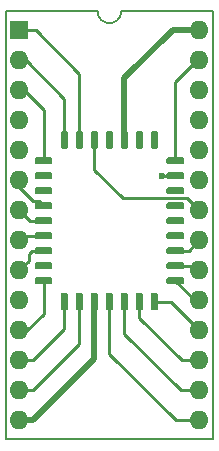
<source format=gbr>
G04 #@! TF.GenerationSoftware,KiCad,Pcbnew,5.0.2+dfsg1-1*
G04 #@! TF.CreationDate,2021-06-16T12:20:31+01:00*
G04 #@! TF.ProjectId,SE PLCC ROM,53452050-4c43-4432-9052-4f4d2e6b6963,rev?*
G04 #@! TF.SameCoordinates,Original*
G04 #@! TF.FileFunction,Copper,L1,Top*
G04 #@! TF.FilePolarity,Positive*
%FSLAX46Y46*%
G04 Gerber Fmt 4.6, Leading zero omitted, Abs format (unit mm)*
G04 Created by KiCad (PCBNEW 5.0.2+dfsg1-1) date Wed 16 Jun 2021 12:20:31 BST*
%MOMM*%
%LPD*%
G01*
G04 APERTURE LIST*
G04 #@! TA.AperFunction,NonConductor*
%ADD10C,0.150000*%
G04 #@! TD*
G04 #@! TA.AperFunction,ComponentPad*
%ADD11R,1.600000X1.600000*%
G04 #@! TD*
G04 #@! TA.AperFunction,ComponentPad*
%ADD12O,1.600000X1.600000*%
G04 #@! TD*
G04 #@! TA.AperFunction,Conductor*
%ADD13C,0.100000*%
G04 #@! TD*
G04 #@! TA.AperFunction,SMDPad,CuDef*
%ADD14C,0.600000*%
G04 #@! TD*
G04 #@! TA.AperFunction,ViaPad*
%ADD15C,0.600000*%
G04 #@! TD*
G04 #@! TA.AperFunction,Conductor*
%ADD16C,0.500000*%
G04 #@! TD*
G04 #@! TA.AperFunction,Conductor*
%ADD17C,0.250000*%
G04 #@! TD*
G04 APERTURE END LIST*
D10*
X132400000Y-65450000D02*
G75*
G02X130400000Y-65450000I-1000000J0D01*
G01*
X140150000Y-65450000D02*
X132450000Y-65450000D01*
X122650000Y-65450000D02*
X130350000Y-65450000D01*
X122650000Y-65450000D02*
X122650000Y-101700000D01*
X140150000Y-101700000D02*
X122650000Y-101700000D01*
X140150000Y-65450000D02*
X140150000Y-101700000D01*
D11*
G04 #@! TO.P,J1,1*
G04 #@! TO.N,/A15*
X123775001Y-67075001D03*
D12*
G04 #@! TO.P,J1,15*
G04 #@! TO.N,/D3*
X139015001Y-100095001D03*
G04 #@! TO.P,J1,2*
G04 #@! TO.N,/A12*
X123775001Y-69615001D03*
G04 #@! TO.P,J1,16*
G04 #@! TO.N,/D4*
X139015001Y-97555001D03*
G04 #@! TO.P,J1,3*
G04 #@! TO.N,/A7*
X123775001Y-72155001D03*
G04 #@! TO.P,J1,17*
G04 #@! TO.N,/D5*
X139015001Y-95015001D03*
G04 #@! TO.P,J1,4*
G04 #@! TO.N,/A6*
X123775001Y-74695001D03*
G04 #@! TO.P,J1,18*
G04 #@! TO.N,/D6*
X139015001Y-92475001D03*
G04 #@! TO.P,J1,5*
G04 #@! TO.N,/A5*
X123775001Y-77235001D03*
G04 #@! TO.P,J1,19*
G04 #@! TO.N,/D7*
X139015001Y-89935001D03*
G04 #@! TO.P,J1,6*
G04 #@! TO.N,/A4*
X123775001Y-79775001D03*
G04 #@! TO.P,J1,20*
G04 #@! TO.N,Net-(J1-Pad20)*
X139015001Y-87395001D03*
G04 #@! TO.P,J1,7*
G04 #@! TO.N,/A3*
X123775001Y-82315001D03*
G04 #@! TO.P,J1,21*
G04 #@! TO.N,/A10*
X139015001Y-84855001D03*
G04 #@! TO.P,J1,8*
G04 #@! TO.N,/A2*
X123775001Y-84855001D03*
G04 #@! TO.P,J1,22*
G04 #@! TO.N,/A16*
X139015001Y-82315001D03*
G04 #@! TO.P,J1,9*
G04 #@! TO.N,/A1*
X123775001Y-87395001D03*
G04 #@! TO.P,J1,23*
G04 #@! TO.N,/A11*
X139015001Y-79775001D03*
G04 #@! TO.P,J1,10*
G04 #@! TO.N,/A0*
X123775001Y-89935001D03*
G04 #@! TO.P,J1,24*
G04 #@! TO.N,/A9*
X139015001Y-77235001D03*
G04 #@! TO.P,J1,11*
G04 #@! TO.N,/D0*
X123775001Y-92475001D03*
G04 #@! TO.P,J1,25*
G04 #@! TO.N,/A8*
X139015001Y-74695001D03*
G04 #@! TO.P,J1,12*
G04 #@! TO.N,/D1*
X123775001Y-95015001D03*
G04 #@! TO.P,J1,26*
G04 #@! TO.N,/A13*
X139015001Y-72155001D03*
G04 #@! TO.P,J1,13*
G04 #@! TO.N,/D2*
X123775001Y-97555001D03*
G04 #@! TO.P,J1,27*
G04 #@! TO.N,/A14*
X139015001Y-69615001D03*
G04 #@! TO.P,J1,14*
G04 #@! TO.N,GND*
X123775001Y-100095001D03*
G04 #@! TO.P,J1,28*
G04 #@! TO.N,+5V*
X139015001Y-67075001D03*
G04 #@! TD*
D13*
G04 #@! TO.N,Net-(U1-Pad1)*
G04 #@! TO.C,U1*
G36*
X131564703Y-75625722D02*
X131579264Y-75627882D01*
X131593543Y-75631459D01*
X131607403Y-75636418D01*
X131620710Y-75642712D01*
X131633336Y-75650280D01*
X131645159Y-75659048D01*
X131656066Y-75668934D01*
X131665952Y-75679841D01*
X131674720Y-75691664D01*
X131682288Y-75704290D01*
X131688582Y-75717597D01*
X131693541Y-75731457D01*
X131697118Y-75745736D01*
X131699278Y-75760297D01*
X131700000Y-75775000D01*
X131700000Y-76950000D01*
X131699278Y-76964703D01*
X131697118Y-76979264D01*
X131693541Y-76993543D01*
X131688582Y-77007403D01*
X131682288Y-77020710D01*
X131674720Y-77033336D01*
X131665952Y-77045159D01*
X131656066Y-77056066D01*
X131645159Y-77065952D01*
X131633336Y-77074720D01*
X131620710Y-77082288D01*
X131607403Y-77088582D01*
X131593543Y-77093541D01*
X131579264Y-77097118D01*
X131564703Y-77099278D01*
X131550000Y-77100000D01*
X131250000Y-77100000D01*
X131235297Y-77099278D01*
X131220736Y-77097118D01*
X131206457Y-77093541D01*
X131192597Y-77088582D01*
X131179290Y-77082288D01*
X131166664Y-77074720D01*
X131154841Y-77065952D01*
X131143934Y-77056066D01*
X131134048Y-77045159D01*
X131125280Y-77033336D01*
X131117712Y-77020710D01*
X131111418Y-77007403D01*
X131106459Y-76993543D01*
X131102882Y-76979264D01*
X131100722Y-76964703D01*
X131100000Y-76950000D01*
X131100000Y-75775000D01*
X131100722Y-75760297D01*
X131102882Y-75745736D01*
X131106459Y-75731457D01*
X131111418Y-75717597D01*
X131117712Y-75704290D01*
X131125280Y-75691664D01*
X131134048Y-75679841D01*
X131143934Y-75668934D01*
X131154841Y-75659048D01*
X131166664Y-75650280D01*
X131179290Y-75642712D01*
X131192597Y-75636418D01*
X131206457Y-75631459D01*
X131220736Y-75627882D01*
X131235297Y-75625722D01*
X131250000Y-75625000D01*
X131550000Y-75625000D01*
X131564703Y-75625722D01*
X131564703Y-75625722D01*
G37*
D14*
G04 #@! TD*
G04 #@! TO.P,U1,1*
G04 #@! TO.N,Net-(U1-Pad1)*
X131400000Y-76362500D03*
D13*
G04 #@! TO.N,/A16*
G04 #@! TO.C,U1*
G36*
X130294703Y-75625722D02*
X130309264Y-75627882D01*
X130323543Y-75631459D01*
X130337403Y-75636418D01*
X130350710Y-75642712D01*
X130363336Y-75650280D01*
X130375159Y-75659048D01*
X130386066Y-75668934D01*
X130395952Y-75679841D01*
X130404720Y-75691664D01*
X130412288Y-75704290D01*
X130418582Y-75717597D01*
X130423541Y-75731457D01*
X130427118Y-75745736D01*
X130429278Y-75760297D01*
X130430000Y-75775000D01*
X130430000Y-76950000D01*
X130429278Y-76964703D01*
X130427118Y-76979264D01*
X130423541Y-76993543D01*
X130418582Y-77007403D01*
X130412288Y-77020710D01*
X130404720Y-77033336D01*
X130395952Y-77045159D01*
X130386066Y-77056066D01*
X130375159Y-77065952D01*
X130363336Y-77074720D01*
X130350710Y-77082288D01*
X130337403Y-77088582D01*
X130323543Y-77093541D01*
X130309264Y-77097118D01*
X130294703Y-77099278D01*
X130280000Y-77100000D01*
X129980000Y-77100000D01*
X129965297Y-77099278D01*
X129950736Y-77097118D01*
X129936457Y-77093541D01*
X129922597Y-77088582D01*
X129909290Y-77082288D01*
X129896664Y-77074720D01*
X129884841Y-77065952D01*
X129873934Y-77056066D01*
X129864048Y-77045159D01*
X129855280Y-77033336D01*
X129847712Y-77020710D01*
X129841418Y-77007403D01*
X129836459Y-76993543D01*
X129832882Y-76979264D01*
X129830722Y-76964703D01*
X129830000Y-76950000D01*
X129830000Y-75775000D01*
X129830722Y-75760297D01*
X129832882Y-75745736D01*
X129836459Y-75731457D01*
X129841418Y-75717597D01*
X129847712Y-75704290D01*
X129855280Y-75691664D01*
X129864048Y-75679841D01*
X129873934Y-75668934D01*
X129884841Y-75659048D01*
X129896664Y-75650280D01*
X129909290Y-75642712D01*
X129922597Y-75636418D01*
X129936457Y-75631459D01*
X129950736Y-75627882D01*
X129965297Y-75625722D01*
X129980000Y-75625000D01*
X130280000Y-75625000D01*
X130294703Y-75625722D01*
X130294703Y-75625722D01*
G37*
D14*
G04 #@! TD*
G04 #@! TO.P,U1,2*
G04 #@! TO.N,/A16*
X130130000Y-76362500D03*
D13*
G04 #@! TO.N,/A15*
G04 #@! TO.C,U1*
G36*
X129024703Y-75625722D02*
X129039264Y-75627882D01*
X129053543Y-75631459D01*
X129067403Y-75636418D01*
X129080710Y-75642712D01*
X129093336Y-75650280D01*
X129105159Y-75659048D01*
X129116066Y-75668934D01*
X129125952Y-75679841D01*
X129134720Y-75691664D01*
X129142288Y-75704290D01*
X129148582Y-75717597D01*
X129153541Y-75731457D01*
X129157118Y-75745736D01*
X129159278Y-75760297D01*
X129160000Y-75775000D01*
X129160000Y-76950000D01*
X129159278Y-76964703D01*
X129157118Y-76979264D01*
X129153541Y-76993543D01*
X129148582Y-77007403D01*
X129142288Y-77020710D01*
X129134720Y-77033336D01*
X129125952Y-77045159D01*
X129116066Y-77056066D01*
X129105159Y-77065952D01*
X129093336Y-77074720D01*
X129080710Y-77082288D01*
X129067403Y-77088582D01*
X129053543Y-77093541D01*
X129039264Y-77097118D01*
X129024703Y-77099278D01*
X129010000Y-77100000D01*
X128710000Y-77100000D01*
X128695297Y-77099278D01*
X128680736Y-77097118D01*
X128666457Y-77093541D01*
X128652597Y-77088582D01*
X128639290Y-77082288D01*
X128626664Y-77074720D01*
X128614841Y-77065952D01*
X128603934Y-77056066D01*
X128594048Y-77045159D01*
X128585280Y-77033336D01*
X128577712Y-77020710D01*
X128571418Y-77007403D01*
X128566459Y-76993543D01*
X128562882Y-76979264D01*
X128560722Y-76964703D01*
X128560000Y-76950000D01*
X128560000Y-75775000D01*
X128560722Y-75760297D01*
X128562882Y-75745736D01*
X128566459Y-75731457D01*
X128571418Y-75717597D01*
X128577712Y-75704290D01*
X128585280Y-75691664D01*
X128594048Y-75679841D01*
X128603934Y-75668934D01*
X128614841Y-75659048D01*
X128626664Y-75650280D01*
X128639290Y-75642712D01*
X128652597Y-75636418D01*
X128666457Y-75631459D01*
X128680736Y-75627882D01*
X128695297Y-75625722D01*
X128710000Y-75625000D01*
X129010000Y-75625000D01*
X129024703Y-75625722D01*
X129024703Y-75625722D01*
G37*
D14*
G04 #@! TD*
G04 #@! TO.P,U1,3*
G04 #@! TO.N,/A15*
X128860000Y-76362500D03*
D13*
G04 #@! TO.N,/A12*
G04 #@! TO.C,U1*
G36*
X127754703Y-75625722D02*
X127769264Y-75627882D01*
X127783543Y-75631459D01*
X127797403Y-75636418D01*
X127810710Y-75642712D01*
X127823336Y-75650280D01*
X127835159Y-75659048D01*
X127846066Y-75668934D01*
X127855952Y-75679841D01*
X127864720Y-75691664D01*
X127872288Y-75704290D01*
X127878582Y-75717597D01*
X127883541Y-75731457D01*
X127887118Y-75745736D01*
X127889278Y-75760297D01*
X127890000Y-75775000D01*
X127890000Y-76950000D01*
X127889278Y-76964703D01*
X127887118Y-76979264D01*
X127883541Y-76993543D01*
X127878582Y-77007403D01*
X127872288Y-77020710D01*
X127864720Y-77033336D01*
X127855952Y-77045159D01*
X127846066Y-77056066D01*
X127835159Y-77065952D01*
X127823336Y-77074720D01*
X127810710Y-77082288D01*
X127797403Y-77088582D01*
X127783543Y-77093541D01*
X127769264Y-77097118D01*
X127754703Y-77099278D01*
X127740000Y-77100000D01*
X127440000Y-77100000D01*
X127425297Y-77099278D01*
X127410736Y-77097118D01*
X127396457Y-77093541D01*
X127382597Y-77088582D01*
X127369290Y-77082288D01*
X127356664Y-77074720D01*
X127344841Y-77065952D01*
X127333934Y-77056066D01*
X127324048Y-77045159D01*
X127315280Y-77033336D01*
X127307712Y-77020710D01*
X127301418Y-77007403D01*
X127296459Y-76993543D01*
X127292882Y-76979264D01*
X127290722Y-76964703D01*
X127290000Y-76950000D01*
X127290000Y-75775000D01*
X127290722Y-75760297D01*
X127292882Y-75745736D01*
X127296459Y-75731457D01*
X127301418Y-75717597D01*
X127307712Y-75704290D01*
X127315280Y-75691664D01*
X127324048Y-75679841D01*
X127333934Y-75668934D01*
X127344841Y-75659048D01*
X127356664Y-75650280D01*
X127369290Y-75642712D01*
X127382597Y-75636418D01*
X127396457Y-75631459D01*
X127410736Y-75627882D01*
X127425297Y-75625722D01*
X127440000Y-75625000D01*
X127740000Y-75625000D01*
X127754703Y-75625722D01*
X127754703Y-75625722D01*
G37*
D14*
G04 #@! TD*
G04 #@! TO.P,U1,4*
G04 #@! TO.N,/A12*
X127590000Y-76362500D03*
D13*
G04 #@! TO.N,/A7*
G04 #@! TO.C,U1*
G36*
X126439703Y-77820722D02*
X126454264Y-77822882D01*
X126468543Y-77826459D01*
X126482403Y-77831418D01*
X126495710Y-77837712D01*
X126508336Y-77845280D01*
X126520159Y-77854048D01*
X126531066Y-77863934D01*
X126540952Y-77874841D01*
X126549720Y-77886664D01*
X126557288Y-77899290D01*
X126563582Y-77912597D01*
X126568541Y-77926457D01*
X126572118Y-77940736D01*
X126574278Y-77955297D01*
X126575000Y-77970000D01*
X126575000Y-78270000D01*
X126574278Y-78284703D01*
X126572118Y-78299264D01*
X126568541Y-78313543D01*
X126563582Y-78327403D01*
X126557288Y-78340710D01*
X126549720Y-78353336D01*
X126540952Y-78365159D01*
X126531066Y-78376066D01*
X126520159Y-78385952D01*
X126508336Y-78394720D01*
X126495710Y-78402288D01*
X126482403Y-78408582D01*
X126468543Y-78413541D01*
X126454264Y-78417118D01*
X126439703Y-78419278D01*
X126425000Y-78420000D01*
X125250000Y-78420000D01*
X125235297Y-78419278D01*
X125220736Y-78417118D01*
X125206457Y-78413541D01*
X125192597Y-78408582D01*
X125179290Y-78402288D01*
X125166664Y-78394720D01*
X125154841Y-78385952D01*
X125143934Y-78376066D01*
X125134048Y-78365159D01*
X125125280Y-78353336D01*
X125117712Y-78340710D01*
X125111418Y-78327403D01*
X125106459Y-78313543D01*
X125102882Y-78299264D01*
X125100722Y-78284703D01*
X125100000Y-78270000D01*
X125100000Y-77970000D01*
X125100722Y-77955297D01*
X125102882Y-77940736D01*
X125106459Y-77926457D01*
X125111418Y-77912597D01*
X125117712Y-77899290D01*
X125125280Y-77886664D01*
X125134048Y-77874841D01*
X125143934Y-77863934D01*
X125154841Y-77854048D01*
X125166664Y-77845280D01*
X125179290Y-77837712D01*
X125192597Y-77831418D01*
X125206457Y-77826459D01*
X125220736Y-77822882D01*
X125235297Y-77820722D01*
X125250000Y-77820000D01*
X126425000Y-77820000D01*
X126439703Y-77820722D01*
X126439703Y-77820722D01*
G37*
D14*
G04 #@! TD*
G04 #@! TO.P,U1,5*
G04 #@! TO.N,/A7*
X125837500Y-78120000D03*
D13*
G04 #@! TO.N,/A6*
G04 #@! TO.C,U1*
G36*
X126439703Y-79090722D02*
X126454264Y-79092882D01*
X126468543Y-79096459D01*
X126482403Y-79101418D01*
X126495710Y-79107712D01*
X126508336Y-79115280D01*
X126520159Y-79124048D01*
X126531066Y-79133934D01*
X126540952Y-79144841D01*
X126549720Y-79156664D01*
X126557288Y-79169290D01*
X126563582Y-79182597D01*
X126568541Y-79196457D01*
X126572118Y-79210736D01*
X126574278Y-79225297D01*
X126575000Y-79240000D01*
X126575000Y-79540000D01*
X126574278Y-79554703D01*
X126572118Y-79569264D01*
X126568541Y-79583543D01*
X126563582Y-79597403D01*
X126557288Y-79610710D01*
X126549720Y-79623336D01*
X126540952Y-79635159D01*
X126531066Y-79646066D01*
X126520159Y-79655952D01*
X126508336Y-79664720D01*
X126495710Y-79672288D01*
X126482403Y-79678582D01*
X126468543Y-79683541D01*
X126454264Y-79687118D01*
X126439703Y-79689278D01*
X126425000Y-79690000D01*
X125250000Y-79690000D01*
X125235297Y-79689278D01*
X125220736Y-79687118D01*
X125206457Y-79683541D01*
X125192597Y-79678582D01*
X125179290Y-79672288D01*
X125166664Y-79664720D01*
X125154841Y-79655952D01*
X125143934Y-79646066D01*
X125134048Y-79635159D01*
X125125280Y-79623336D01*
X125117712Y-79610710D01*
X125111418Y-79597403D01*
X125106459Y-79583543D01*
X125102882Y-79569264D01*
X125100722Y-79554703D01*
X125100000Y-79540000D01*
X125100000Y-79240000D01*
X125100722Y-79225297D01*
X125102882Y-79210736D01*
X125106459Y-79196457D01*
X125111418Y-79182597D01*
X125117712Y-79169290D01*
X125125280Y-79156664D01*
X125134048Y-79144841D01*
X125143934Y-79133934D01*
X125154841Y-79124048D01*
X125166664Y-79115280D01*
X125179290Y-79107712D01*
X125192597Y-79101418D01*
X125206457Y-79096459D01*
X125220736Y-79092882D01*
X125235297Y-79090722D01*
X125250000Y-79090000D01*
X126425000Y-79090000D01*
X126439703Y-79090722D01*
X126439703Y-79090722D01*
G37*
D14*
G04 #@! TD*
G04 #@! TO.P,U1,6*
G04 #@! TO.N,/A6*
X125837500Y-79390000D03*
D13*
G04 #@! TO.N,/A5*
G04 #@! TO.C,U1*
G36*
X126439703Y-80360722D02*
X126454264Y-80362882D01*
X126468543Y-80366459D01*
X126482403Y-80371418D01*
X126495710Y-80377712D01*
X126508336Y-80385280D01*
X126520159Y-80394048D01*
X126531066Y-80403934D01*
X126540952Y-80414841D01*
X126549720Y-80426664D01*
X126557288Y-80439290D01*
X126563582Y-80452597D01*
X126568541Y-80466457D01*
X126572118Y-80480736D01*
X126574278Y-80495297D01*
X126575000Y-80510000D01*
X126575000Y-80810000D01*
X126574278Y-80824703D01*
X126572118Y-80839264D01*
X126568541Y-80853543D01*
X126563582Y-80867403D01*
X126557288Y-80880710D01*
X126549720Y-80893336D01*
X126540952Y-80905159D01*
X126531066Y-80916066D01*
X126520159Y-80925952D01*
X126508336Y-80934720D01*
X126495710Y-80942288D01*
X126482403Y-80948582D01*
X126468543Y-80953541D01*
X126454264Y-80957118D01*
X126439703Y-80959278D01*
X126425000Y-80960000D01*
X125250000Y-80960000D01*
X125235297Y-80959278D01*
X125220736Y-80957118D01*
X125206457Y-80953541D01*
X125192597Y-80948582D01*
X125179290Y-80942288D01*
X125166664Y-80934720D01*
X125154841Y-80925952D01*
X125143934Y-80916066D01*
X125134048Y-80905159D01*
X125125280Y-80893336D01*
X125117712Y-80880710D01*
X125111418Y-80867403D01*
X125106459Y-80853543D01*
X125102882Y-80839264D01*
X125100722Y-80824703D01*
X125100000Y-80810000D01*
X125100000Y-80510000D01*
X125100722Y-80495297D01*
X125102882Y-80480736D01*
X125106459Y-80466457D01*
X125111418Y-80452597D01*
X125117712Y-80439290D01*
X125125280Y-80426664D01*
X125134048Y-80414841D01*
X125143934Y-80403934D01*
X125154841Y-80394048D01*
X125166664Y-80385280D01*
X125179290Y-80377712D01*
X125192597Y-80371418D01*
X125206457Y-80366459D01*
X125220736Y-80362882D01*
X125235297Y-80360722D01*
X125250000Y-80360000D01*
X126425000Y-80360000D01*
X126439703Y-80360722D01*
X126439703Y-80360722D01*
G37*
D14*
G04 #@! TD*
G04 #@! TO.P,U1,7*
G04 #@! TO.N,/A5*
X125837500Y-80660000D03*
D13*
G04 #@! TO.N,/A4*
G04 #@! TO.C,U1*
G36*
X126439703Y-81630722D02*
X126454264Y-81632882D01*
X126468543Y-81636459D01*
X126482403Y-81641418D01*
X126495710Y-81647712D01*
X126508336Y-81655280D01*
X126520159Y-81664048D01*
X126531066Y-81673934D01*
X126540952Y-81684841D01*
X126549720Y-81696664D01*
X126557288Y-81709290D01*
X126563582Y-81722597D01*
X126568541Y-81736457D01*
X126572118Y-81750736D01*
X126574278Y-81765297D01*
X126575000Y-81780000D01*
X126575000Y-82080000D01*
X126574278Y-82094703D01*
X126572118Y-82109264D01*
X126568541Y-82123543D01*
X126563582Y-82137403D01*
X126557288Y-82150710D01*
X126549720Y-82163336D01*
X126540952Y-82175159D01*
X126531066Y-82186066D01*
X126520159Y-82195952D01*
X126508336Y-82204720D01*
X126495710Y-82212288D01*
X126482403Y-82218582D01*
X126468543Y-82223541D01*
X126454264Y-82227118D01*
X126439703Y-82229278D01*
X126425000Y-82230000D01*
X125250000Y-82230000D01*
X125235297Y-82229278D01*
X125220736Y-82227118D01*
X125206457Y-82223541D01*
X125192597Y-82218582D01*
X125179290Y-82212288D01*
X125166664Y-82204720D01*
X125154841Y-82195952D01*
X125143934Y-82186066D01*
X125134048Y-82175159D01*
X125125280Y-82163336D01*
X125117712Y-82150710D01*
X125111418Y-82137403D01*
X125106459Y-82123543D01*
X125102882Y-82109264D01*
X125100722Y-82094703D01*
X125100000Y-82080000D01*
X125100000Y-81780000D01*
X125100722Y-81765297D01*
X125102882Y-81750736D01*
X125106459Y-81736457D01*
X125111418Y-81722597D01*
X125117712Y-81709290D01*
X125125280Y-81696664D01*
X125134048Y-81684841D01*
X125143934Y-81673934D01*
X125154841Y-81664048D01*
X125166664Y-81655280D01*
X125179290Y-81647712D01*
X125192597Y-81641418D01*
X125206457Y-81636459D01*
X125220736Y-81632882D01*
X125235297Y-81630722D01*
X125250000Y-81630000D01*
X126425000Y-81630000D01*
X126439703Y-81630722D01*
X126439703Y-81630722D01*
G37*
D14*
G04 #@! TD*
G04 #@! TO.P,U1,8*
G04 #@! TO.N,/A4*
X125837500Y-81930000D03*
D13*
G04 #@! TO.N,/A3*
G04 #@! TO.C,U1*
G36*
X126439703Y-82900722D02*
X126454264Y-82902882D01*
X126468543Y-82906459D01*
X126482403Y-82911418D01*
X126495710Y-82917712D01*
X126508336Y-82925280D01*
X126520159Y-82934048D01*
X126531066Y-82943934D01*
X126540952Y-82954841D01*
X126549720Y-82966664D01*
X126557288Y-82979290D01*
X126563582Y-82992597D01*
X126568541Y-83006457D01*
X126572118Y-83020736D01*
X126574278Y-83035297D01*
X126575000Y-83050000D01*
X126575000Y-83350000D01*
X126574278Y-83364703D01*
X126572118Y-83379264D01*
X126568541Y-83393543D01*
X126563582Y-83407403D01*
X126557288Y-83420710D01*
X126549720Y-83433336D01*
X126540952Y-83445159D01*
X126531066Y-83456066D01*
X126520159Y-83465952D01*
X126508336Y-83474720D01*
X126495710Y-83482288D01*
X126482403Y-83488582D01*
X126468543Y-83493541D01*
X126454264Y-83497118D01*
X126439703Y-83499278D01*
X126425000Y-83500000D01*
X125250000Y-83500000D01*
X125235297Y-83499278D01*
X125220736Y-83497118D01*
X125206457Y-83493541D01*
X125192597Y-83488582D01*
X125179290Y-83482288D01*
X125166664Y-83474720D01*
X125154841Y-83465952D01*
X125143934Y-83456066D01*
X125134048Y-83445159D01*
X125125280Y-83433336D01*
X125117712Y-83420710D01*
X125111418Y-83407403D01*
X125106459Y-83393543D01*
X125102882Y-83379264D01*
X125100722Y-83364703D01*
X125100000Y-83350000D01*
X125100000Y-83050000D01*
X125100722Y-83035297D01*
X125102882Y-83020736D01*
X125106459Y-83006457D01*
X125111418Y-82992597D01*
X125117712Y-82979290D01*
X125125280Y-82966664D01*
X125134048Y-82954841D01*
X125143934Y-82943934D01*
X125154841Y-82934048D01*
X125166664Y-82925280D01*
X125179290Y-82917712D01*
X125192597Y-82911418D01*
X125206457Y-82906459D01*
X125220736Y-82902882D01*
X125235297Y-82900722D01*
X125250000Y-82900000D01*
X126425000Y-82900000D01*
X126439703Y-82900722D01*
X126439703Y-82900722D01*
G37*
D14*
G04 #@! TD*
G04 #@! TO.P,U1,9*
G04 #@! TO.N,/A3*
X125837500Y-83200000D03*
D13*
G04 #@! TO.N,/A2*
G04 #@! TO.C,U1*
G36*
X126439703Y-84170722D02*
X126454264Y-84172882D01*
X126468543Y-84176459D01*
X126482403Y-84181418D01*
X126495710Y-84187712D01*
X126508336Y-84195280D01*
X126520159Y-84204048D01*
X126531066Y-84213934D01*
X126540952Y-84224841D01*
X126549720Y-84236664D01*
X126557288Y-84249290D01*
X126563582Y-84262597D01*
X126568541Y-84276457D01*
X126572118Y-84290736D01*
X126574278Y-84305297D01*
X126575000Y-84320000D01*
X126575000Y-84620000D01*
X126574278Y-84634703D01*
X126572118Y-84649264D01*
X126568541Y-84663543D01*
X126563582Y-84677403D01*
X126557288Y-84690710D01*
X126549720Y-84703336D01*
X126540952Y-84715159D01*
X126531066Y-84726066D01*
X126520159Y-84735952D01*
X126508336Y-84744720D01*
X126495710Y-84752288D01*
X126482403Y-84758582D01*
X126468543Y-84763541D01*
X126454264Y-84767118D01*
X126439703Y-84769278D01*
X126425000Y-84770000D01*
X125250000Y-84770000D01*
X125235297Y-84769278D01*
X125220736Y-84767118D01*
X125206457Y-84763541D01*
X125192597Y-84758582D01*
X125179290Y-84752288D01*
X125166664Y-84744720D01*
X125154841Y-84735952D01*
X125143934Y-84726066D01*
X125134048Y-84715159D01*
X125125280Y-84703336D01*
X125117712Y-84690710D01*
X125111418Y-84677403D01*
X125106459Y-84663543D01*
X125102882Y-84649264D01*
X125100722Y-84634703D01*
X125100000Y-84620000D01*
X125100000Y-84320000D01*
X125100722Y-84305297D01*
X125102882Y-84290736D01*
X125106459Y-84276457D01*
X125111418Y-84262597D01*
X125117712Y-84249290D01*
X125125280Y-84236664D01*
X125134048Y-84224841D01*
X125143934Y-84213934D01*
X125154841Y-84204048D01*
X125166664Y-84195280D01*
X125179290Y-84187712D01*
X125192597Y-84181418D01*
X125206457Y-84176459D01*
X125220736Y-84172882D01*
X125235297Y-84170722D01*
X125250000Y-84170000D01*
X126425000Y-84170000D01*
X126439703Y-84170722D01*
X126439703Y-84170722D01*
G37*
D14*
G04 #@! TD*
G04 #@! TO.P,U1,10*
G04 #@! TO.N,/A2*
X125837500Y-84470000D03*
D13*
G04 #@! TO.N,/A1*
G04 #@! TO.C,U1*
G36*
X126439703Y-85440722D02*
X126454264Y-85442882D01*
X126468543Y-85446459D01*
X126482403Y-85451418D01*
X126495710Y-85457712D01*
X126508336Y-85465280D01*
X126520159Y-85474048D01*
X126531066Y-85483934D01*
X126540952Y-85494841D01*
X126549720Y-85506664D01*
X126557288Y-85519290D01*
X126563582Y-85532597D01*
X126568541Y-85546457D01*
X126572118Y-85560736D01*
X126574278Y-85575297D01*
X126575000Y-85590000D01*
X126575000Y-85890000D01*
X126574278Y-85904703D01*
X126572118Y-85919264D01*
X126568541Y-85933543D01*
X126563582Y-85947403D01*
X126557288Y-85960710D01*
X126549720Y-85973336D01*
X126540952Y-85985159D01*
X126531066Y-85996066D01*
X126520159Y-86005952D01*
X126508336Y-86014720D01*
X126495710Y-86022288D01*
X126482403Y-86028582D01*
X126468543Y-86033541D01*
X126454264Y-86037118D01*
X126439703Y-86039278D01*
X126425000Y-86040000D01*
X125250000Y-86040000D01*
X125235297Y-86039278D01*
X125220736Y-86037118D01*
X125206457Y-86033541D01*
X125192597Y-86028582D01*
X125179290Y-86022288D01*
X125166664Y-86014720D01*
X125154841Y-86005952D01*
X125143934Y-85996066D01*
X125134048Y-85985159D01*
X125125280Y-85973336D01*
X125117712Y-85960710D01*
X125111418Y-85947403D01*
X125106459Y-85933543D01*
X125102882Y-85919264D01*
X125100722Y-85904703D01*
X125100000Y-85890000D01*
X125100000Y-85590000D01*
X125100722Y-85575297D01*
X125102882Y-85560736D01*
X125106459Y-85546457D01*
X125111418Y-85532597D01*
X125117712Y-85519290D01*
X125125280Y-85506664D01*
X125134048Y-85494841D01*
X125143934Y-85483934D01*
X125154841Y-85474048D01*
X125166664Y-85465280D01*
X125179290Y-85457712D01*
X125192597Y-85451418D01*
X125206457Y-85446459D01*
X125220736Y-85442882D01*
X125235297Y-85440722D01*
X125250000Y-85440000D01*
X126425000Y-85440000D01*
X126439703Y-85440722D01*
X126439703Y-85440722D01*
G37*
D14*
G04 #@! TD*
G04 #@! TO.P,U1,11*
G04 #@! TO.N,/A1*
X125837500Y-85740000D03*
D13*
G04 #@! TO.N,/A0*
G04 #@! TO.C,U1*
G36*
X126439703Y-86710722D02*
X126454264Y-86712882D01*
X126468543Y-86716459D01*
X126482403Y-86721418D01*
X126495710Y-86727712D01*
X126508336Y-86735280D01*
X126520159Y-86744048D01*
X126531066Y-86753934D01*
X126540952Y-86764841D01*
X126549720Y-86776664D01*
X126557288Y-86789290D01*
X126563582Y-86802597D01*
X126568541Y-86816457D01*
X126572118Y-86830736D01*
X126574278Y-86845297D01*
X126575000Y-86860000D01*
X126575000Y-87160000D01*
X126574278Y-87174703D01*
X126572118Y-87189264D01*
X126568541Y-87203543D01*
X126563582Y-87217403D01*
X126557288Y-87230710D01*
X126549720Y-87243336D01*
X126540952Y-87255159D01*
X126531066Y-87266066D01*
X126520159Y-87275952D01*
X126508336Y-87284720D01*
X126495710Y-87292288D01*
X126482403Y-87298582D01*
X126468543Y-87303541D01*
X126454264Y-87307118D01*
X126439703Y-87309278D01*
X126425000Y-87310000D01*
X125250000Y-87310000D01*
X125235297Y-87309278D01*
X125220736Y-87307118D01*
X125206457Y-87303541D01*
X125192597Y-87298582D01*
X125179290Y-87292288D01*
X125166664Y-87284720D01*
X125154841Y-87275952D01*
X125143934Y-87266066D01*
X125134048Y-87255159D01*
X125125280Y-87243336D01*
X125117712Y-87230710D01*
X125111418Y-87217403D01*
X125106459Y-87203543D01*
X125102882Y-87189264D01*
X125100722Y-87174703D01*
X125100000Y-87160000D01*
X125100000Y-86860000D01*
X125100722Y-86845297D01*
X125102882Y-86830736D01*
X125106459Y-86816457D01*
X125111418Y-86802597D01*
X125117712Y-86789290D01*
X125125280Y-86776664D01*
X125134048Y-86764841D01*
X125143934Y-86753934D01*
X125154841Y-86744048D01*
X125166664Y-86735280D01*
X125179290Y-86727712D01*
X125192597Y-86721418D01*
X125206457Y-86716459D01*
X125220736Y-86712882D01*
X125235297Y-86710722D01*
X125250000Y-86710000D01*
X126425000Y-86710000D01*
X126439703Y-86710722D01*
X126439703Y-86710722D01*
G37*
D14*
G04 #@! TD*
G04 #@! TO.P,U1,12*
G04 #@! TO.N,/A0*
X125837500Y-87010000D03*
D13*
G04 #@! TO.N,/D0*
G04 #@! TO.C,U1*
G36*
X126439703Y-87980722D02*
X126454264Y-87982882D01*
X126468543Y-87986459D01*
X126482403Y-87991418D01*
X126495710Y-87997712D01*
X126508336Y-88005280D01*
X126520159Y-88014048D01*
X126531066Y-88023934D01*
X126540952Y-88034841D01*
X126549720Y-88046664D01*
X126557288Y-88059290D01*
X126563582Y-88072597D01*
X126568541Y-88086457D01*
X126572118Y-88100736D01*
X126574278Y-88115297D01*
X126575000Y-88130000D01*
X126575000Y-88430000D01*
X126574278Y-88444703D01*
X126572118Y-88459264D01*
X126568541Y-88473543D01*
X126563582Y-88487403D01*
X126557288Y-88500710D01*
X126549720Y-88513336D01*
X126540952Y-88525159D01*
X126531066Y-88536066D01*
X126520159Y-88545952D01*
X126508336Y-88554720D01*
X126495710Y-88562288D01*
X126482403Y-88568582D01*
X126468543Y-88573541D01*
X126454264Y-88577118D01*
X126439703Y-88579278D01*
X126425000Y-88580000D01*
X125250000Y-88580000D01*
X125235297Y-88579278D01*
X125220736Y-88577118D01*
X125206457Y-88573541D01*
X125192597Y-88568582D01*
X125179290Y-88562288D01*
X125166664Y-88554720D01*
X125154841Y-88545952D01*
X125143934Y-88536066D01*
X125134048Y-88525159D01*
X125125280Y-88513336D01*
X125117712Y-88500710D01*
X125111418Y-88487403D01*
X125106459Y-88473543D01*
X125102882Y-88459264D01*
X125100722Y-88444703D01*
X125100000Y-88430000D01*
X125100000Y-88130000D01*
X125100722Y-88115297D01*
X125102882Y-88100736D01*
X125106459Y-88086457D01*
X125111418Y-88072597D01*
X125117712Y-88059290D01*
X125125280Y-88046664D01*
X125134048Y-88034841D01*
X125143934Y-88023934D01*
X125154841Y-88014048D01*
X125166664Y-88005280D01*
X125179290Y-87997712D01*
X125192597Y-87991418D01*
X125206457Y-87986459D01*
X125220736Y-87982882D01*
X125235297Y-87980722D01*
X125250000Y-87980000D01*
X126425000Y-87980000D01*
X126439703Y-87980722D01*
X126439703Y-87980722D01*
G37*
D14*
G04 #@! TD*
G04 #@! TO.P,U1,13*
G04 #@! TO.N,/D0*
X125837500Y-88280000D03*
D13*
G04 #@! TO.N,/D1*
G04 #@! TO.C,U1*
G36*
X127754703Y-89300722D02*
X127769264Y-89302882D01*
X127783543Y-89306459D01*
X127797403Y-89311418D01*
X127810710Y-89317712D01*
X127823336Y-89325280D01*
X127835159Y-89334048D01*
X127846066Y-89343934D01*
X127855952Y-89354841D01*
X127864720Y-89366664D01*
X127872288Y-89379290D01*
X127878582Y-89392597D01*
X127883541Y-89406457D01*
X127887118Y-89420736D01*
X127889278Y-89435297D01*
X127890000Y-89450000D01*
X127890000Y-90625000D01*
X127889278Y-90639703D01*
X127887118Y-90654264D01*
X127883541Y-90668543D01*
X127878582Y-90682403D01*
X127872288Y-90695710D01*
X127864720Y-90708336D01*
X127855952Y-90720159D01*
X127846066Y-90731066D01*
X127835159Y-90740952D01*
X127823336Y-90749720D01*
X127810710Y-90757288D01*
X127797403Y-90763582D01*
X127783543Y-90768541D01*
X127769264Y-90772118D01*
X127754703Y-90774278D01*
X127740000Y-90775000D01*
X127440000Y-90775000D01*
X127425297Y-90774278D01*
X127410736Y-90772118D01*
X127396457Y-90768541D01*
X127382597Y-90763582D01*
X127369290Y-90757288D01*
X127356664Y-90749720D01*
X127344841Y-90740952D01*
X127333934Y-90731066D01*
X127324048Y-90720159D01*
X127315280Y-90708336D01*
X127307712Y-90695710D01*
X127301418Y-90682403D01*
X127296459Y-90668543D01*
X127292882Y-90654264D01*
X127290722Y-90639703D01*
X127290000Y-90625000D01*
X127290000Y-89450000D01*
X127290722Y-89435297D01*
X127292882Y-89420736D01*
X127296459Y-89406457D01*
X127301418Y-89392597D01*
X127307712Y-89379290D01*
X127315280Y-89366664D01*
X127324048Y-89354841D01*
X127333934Y-89343934D01*
X127344841Y-89334048D01*
X127356664Y-89325280D01*
X127369290Y-89317712D01*
X127382597Y-89311418D01*
X127396457Y-89306459D01*
X127410736Y-89302882D01*
X127425297Y-89300722D01*
X127440000Y-89300000D01*
X127740000Y-89300000D01*
X127754703Y-89300722D01*
X127754703Y-89300722D01*
G37*
D14*
G04 #@! TD*
G04 #@! TO.P,U1,14*
G04 #@! TO.N,/D1*
X127590000Y-90037500D03*
D13*
G04 #@! TO.N,/D2*
G04 #@! TO.C,U1*
G36*
X129024703Y-89300722D02*
X129039264Y-89302882D01*
X129053543Y-89306459D01*
X129067403Y-89311418D01*
X129080710Y-89317712D01*
X129093336Y-89325280D01*
X129105159Y-89334048D01*
X129116066Y-89343934D01*
X129125952Y-89354841D01*
X129134720Y-89366664D01*
X129142288Y-89379290D01*
X129148582Y-89392597D01*
X129153541Y-89406457D01*
X129157118Y-89420736D01*
X129159278Y-89435297D01*
X129160000Y-89450000D01*
X129160000Y-90625000D01*
X129159278Y-90639703D01*
X129157118Y-90654264D01*
X129153541Y-90668543D01*
X129148582Y-90682403D01*
X129142288Y-90695710D01*
X129134720Y-90708336D01*
X129125952Y-90720159D01*
X129116066Y-90731066D01*
X129105159Y-90740952D01*
X129093336Y-90749720D01*
X129080710Y-90757288D01*
X129067403Y-90763582D01*
X129053543Y-90768541D01*
X129039264Y-90772118D01*
X129024703Y-90774278D01*
X129010000Y-90775000D01*
X128710000Y-90775000D01*
X128695297Y-90774278D01*
X128680736Y-90772118D01*
X128666457Y-90768541D01*
X128652597Y-90763582D01*
X128639290Y-90757288D01*
X128626664Y-90749720D01*
X128614841Y-90740952D01*
X128603934Y-90731066D01*
X128594048Y-90720159D01*
X128585280Y-90708336D01*
X128577712Y-90695710D01*
X128571418Y-90682403D01*
X128566459Y-90668543D01*
X128562882Y-90654264D01*
X128560722Y-90639703D01*
X128560000Y-90625000D01*
X128560000Y-89450000D01*
X128560722Y-89435297D01*
X128562882Y-89420736D01*
X128566459Y-89406457D01*
X128571418Y-89392597D01*
X128577712Y-89379290D01*
X128585280Y-89366664D01*
X128594048Y-89354841D01*
X128603934Y-89343934D01*
X128614841Y-89334048D01*
X128626664Y-89325280D01*
X128639290Y-89317712D01*
X128652597Y-89311418D01*
X128666457Y-89306459D01*
X128680736Y-89302882D01*
X128695297Y-89300722D01*
X128710000Y-89300000D01*
X129010000Y-89300000D01*
X129024703Y-89300722D01*
X129024703Y-89300722D01*
G37*
D14*
G04 #@! TD*
G04 #@! TO.P,U1,15*
G04 #@! TO.N,/D2*
X128860000Y-90037500D03*
D13*
G04 #@! TO.N,GND*
G04 #@! TO.C,U1*
G36*
X130294703Y-89300722D02*
X130309264Y-89302882D01*
X130323543Y-89306459D01*
X130337403Y-89311418D01*
X130350710Y-89317712D01*
X130363336Y-89325280D01*
X130375159Y-89334048D01*
X130386066Y-89343934D01*
X130395952Y-89354841D01*
X130404720Y-89366664D01*
X130412288Y-89379290D01*
X130418582Y-89392597D01*
X130423541Y-89406457D01*
X130427118Y-89420736D01*
X130429278Y-89435297D01*
X130430000Y-89450000D01*
X130430000Y-90625000D01*
X130429278Y-90639703D01*
X130427118Y-90654264D01*
X130423541Y-90668543D01*
X130418582Y-90682403D01*
X130412288Y-90695710D01*
X130404720Y-90708336D01*
X130395952Y-90720159D01*
X130386066Y-90731066D01*
X130375159Y-90740952D01*
X130363336Y-90749720D01*
X130350710Y-90757288D01*
X130337403Y-90763582D01*
X130323543Y-90768541D01*
X130309264Y-90772118D01*
X130294703Y-90774278D01*
X130280000Y-90775000D01*
X129980000Y-90775000D01*
X129965297Y-90774278D01*
X129950736Y-90772118D01*
X129936457Y-90768541D01*
X129922597Y-90763582D01*
X129909290Y-90757288D01*
X129896664Y-90749720D01*
X129884841Y-90740952D01*
X129873934Y-90731066D01*
X129864048Y-90720159D01*
X129855280Y-90708336D01*
X129847712Y-90695710D01*
X129841418Y-90682403D01*
X129836459Y-90668543D01*
X129832882Y-90654264D01*
X129830722Y-90639703D01*
X129830000Y-90625000D01*
X129830000Y-89450000D01*
X129830722Y-89435297D01*
X129832882Y-89420736D01*
X129836459Y-89406457D01*
X129841418Y-89392597D01*
X129847712Y-89379290D01*
X129855280Y-89366664D01*
X129864048Y-89354841D01*
X129873934Y-89343934D01*
X129884841Y-89334048D01*
X129896664Y-89325280D01*
X129909290Y-89317712D01*
X129922597Y-89311418D01*
X129936457Y-89306459D01*
X129950736Y-89302882D01*
X129965297Y-89300722D01*
X129980000Y-89300000D01*
X130280000Y-89300000D01*
X130294703Y-89300722D01*
X130294703Y-89300722D01*
G37*
D14*
G04 #@! TD*
G04 #@! TO.P,U1,16*
G04 #@! TO.N,GND*
X130130000Y-90037500D03*
D13*
G04 #@! TO.N,/D3*
G04 #@! TO.C,U1*
G36*
X131564703Y-89300722D02*
X131579264Y-89302882D01*
X131593543Y-89306459D01*
X131607403Y-89311418D01*
X131620710Y-89317712D01*
X131633336Y-89325280D01*
X131645159Y-89334048D01*
X131656066Y-89343934D01*
X131665952Y-89354841D01*
X131674720Y-89366664D01*
X131682288Y-89379290D01*
X131688582Y-89392597D01*
X131693541Y-89406457D01*
X131697118Y-89420736D01*
X131699278Y-89435297D01*
X131700000Y-89450000D01*
X131700000Y-90625000D01*
X131699278Y-90639703D01*
X131697118Y-90654264D01*
X131693541Y-90668543D01*
X131688582Y-90682403D01*
X131682288Y-90695710D01*
X131674720Y-90708336D01*
X131665952Y-90720159D01*
X131656066Y-90731066D01*
X131645159Y-90740952D01*
X131633336Y-90749720D01*
X131620710Y-90757288D01*
X131607403Y-90763582D01*
X131593543Y-90768541D01*
X131579264Y-90772118D01*
X131564703Y-90774278D01*
X131550000Y-90775000D01*
X131250000Y-90775000D01*
X131235297Y-90774278D01*
X131220736Y-90772118D01*
X131206457Y-90768541D01*
X131192597Y-90763582D01*
X131179290Y-90757288D01*
X131166664Y-90749720D01*
X131154841Y-90740952D01*
X131143934Y-90731066D01*
X131134048Y-90720159D01*
X131125280Y-90708336D01*
X131117712Y-90695710D01*
X131111418Y-90682403D01*
X131106459Y-90668543D01*
X131102882Y-90654264D01*
X131100722Y-90639703D01*
X131100000Y-90625000D01*
X131100000Y-89450000D01*
X131100722Y-89435297D01*
X131102882Y-89420736D01*
X131106459Y-89406457D01*
X131111418Y-89392597D01*
X131117712Y-89379290D01*
X131125280Y-89366664D01*
X131134048Y-89354841D01*
X131143934Y-89343934D01*
X131154841Y-89334048D01*
X131166664Y-89325280D01*
X131179290Y-89317712D01*
X131192597Y-89311418D01*
X131206457Y-89306459D01*
X131220736Y-89302882D01*
X131235297Y-89300722D01*
X131250000Y-89300000D01*
X131550000Y-89300000D01*
X131564703Y-89300722D01*
X131564703Y-89300722D01*
G37*
D14*
G04 #@! TD*
G04 #@! TO.P,U1,17*
G04 #@! TO.N,/D3*
X131400000Y-90037500D03*
D13*
G04 #@! TO.N,/D4*
G04 #@! TO.C,U1*
G36*
X132834703Y-89300722D02*
X132849264Y-89302882D01*
X132863543Y-89306459D01*
X132877403Y-89311418D01*
X132890710Y-89317712D01*
X132903336Y-89325280D01*
X132915159Y-89334048D01*
X132926066Y-89343934D01*
X132935952Y-89354841D01*
X132944720Y-89366664D01*
X132952288Y-89379290D01*
X132958582Y-89392597D01*
X132963541Y-89406457D01*
X132967118Y-89420736D01*
X132969278Y-89435297D01*
X132970000Y-89450000D01*
X132970000Y-90625000D01*
X132969278Y-90639703D01*
X132967118Y-90654264D01*
X132963541Y-90668543D01*
X132958582Y-90682403D01*
X132952288Y-90695710D01*
X132944720Y-90708336D01*
X132935952Y-90720159D01*
X132926066Y-90731066D01*
X132915159Y-90740952D01*
X132903336Y-90749720D01*
X132890710Y-90757288D01*
X132877403Y-90763582D01*
X132863543Y-90768541D01*
X132849264Y-90772118D01*
X132834703Y-90774278D01*
X132820000Y-90775000D01*
X132520000Y-90775000D01*
X132505297Y-90774278D01*
X132490736Y-90772118D01*
X132476457Y-90768541D01*
X132462597Y-90763582D01*
X132449290Y-90757288D01*
X132436664Y-90749720D01*
X132424841Y-90740952D01*
X132413934Y-90731066D01*
X132404048Y-90720159D01*
X132395280Y-90708336D01*
X132387712Y-90695710D01*
X132381418Y-90682403D01*
X132376459Y-90668543D01*
X132372882Y-90654264D01*
X132370722Y-90639703D01*
X132370000Y-90625000D01*
X132370000Y-89450000D01*
X132370722Y-89435297D01*
X132372882Y-89420736D01*
X132376459Y-89406457D01*
X132381418Y-89392597D01*
X132387712Y-89379290D01*
X132395280Y-89366664D01*
X132404048Y-89354841D01*
X132413934Y-89343934D01*
X132424841Y-89334048D01*
X132436664Y-89325280D01*
X132449290Y-89317712D01*
X132462597Y-89311418D01*
X132476457Y-89306459D01*
X132490736Y-89302882D01*
X132505297Y-89300722D01*
X132520000Y-89300000D01*
X132820000Y-89300000D01*
X132834703Y-89300722D01*
X132834703Y-89300722D01*
G37*
D14*
G04 #@! TD*
G04 #@! TO.P,U1,18*
G04 #@! TO.N,/D4*
X132670000Y-90037500D03*
D13*
G04 #@! TO.N,/D5*
G04 #@! TO.C,U1*
G36*
X134104703Y-89300722D02*
X134119264Y-89302882D01*
X134133543Y-89306459D01*
X134147403Y-89311418D01*
X134160710Y-89317712D01*
X134173336Y-89325280D01*
X134185159Y-89334048D01*
X134196066Y-89343934D01*
X134205952Y-89354841D01*
X134214720Y-89366664D01*
X134222288Y-89379290D01*
X134228582Y-89392597D01*
X134233541Y-89406457D01*
X134237118Y-89420736D01*
X134239278Y-89435297D01*
X134240000Y-89450000D01*
X134240000Y-90625000D01*
X134239278Y-90639703D01*
X134237118Y-90654264D01*
X134233541Y-90668543D01*
X134228582Y-90682403D01*
X134222288Y-90695710D01*
X134214720Y-90708336D01*
X134205952Y-90720159D01*
X134196066Y-90731066D01*
X134185159Y-90740952D01*
X134173336Y-90749720D01*
X134160710Y-90757288D01*
X134147403Y-90763582D01*
X134133543Y-90768541D01*
X134119264Y-90772118D01*
X134104703Y-90774278D01*
X134090000Y-90775000D01*
X133790000Y-90775000D01*
X133775297Y-90774278D01*
X133760736Y-90772118D01*
X133746457Y-90768541D01*
X133732597Y-90763582D01*
X133719290Y-90757288D01*
X133706664Y-90749720D01*
X133694841Y-90740952D01*
X133683934Y-90731066D01*
X133674048Y-90720159D01*
X133665280Y-90708336D01*
X133657712Y-90695710D01*
X133651418Y-90682403D01*
X133646459Y-90668543D01*
X133642882Y-90654264D01*
X133640722Y-90639703D01*
X133640000Y-90625000D01*
X133640000Y-89450000D01*
X133640722Y-89435297D01*
X133642882Y-89420736D01*
X133646459Y-89406457D01*
X133651418Y-89392597D01*
X133657712Y-89379290D01*
X133665280Y-89366664D01*
X133674048Y-89354841D01*
X133683934Y-89343934D01*
X133694841Y-89334048D01*
X133706664Y-89325280D01*
X133719290Y-89317712D01*
X133732597Y-89311418D01*
X133746457Y-89306459D01*
X133760736Y-89302882D01*
X133775297Y-89300722D01*
X133790000Y-89300000D01*
X134090000Y-89300000D01*
X134104703Y-89300722D01*
X134104703Y-89300722D01*
G37*
D14*
G04 #@! TD*
G04 #@! TO.P,U1,19*
G04 #@! TO.N,/D5*
X133940000Y-90037500D03*
D13*
G04 #@! TO.N,/D6*
G04 #@! TO.C,U1*
G36*
X135374703Y-89300722D02*
X135389264Y-89302882D01*
X135403543Y-89306459D01*
X135417403Y-89311418D01*
X135430710Y-89317712D01*
X135443336Y-89325280D01*
X135455159Y-89334048D01*
X135466066Y-89343934D01*
X135475952Y-89354841D01*
X135484720Y-89366664D01*
X135492288Y-89379290D01*
X135498582Y-89392597D01*
X135503541Y-89406457D01*
X135507118Y-89420736D01*
X135509278Y-89435297D01*
X135510000Y-89450000D01*
X135510000Y-90625000D01*
X135509278Y-90639703D01*
X135507118Y-90654264D01*
X135503541Y-90668543D01*
X135498582Y-90682403D01*
X135492288Y-90695710D01*
X135484720Y-90708336D01*
X135475952Y-90720159D01*
X135466066Y-90731066D01*
X135455159Y-90740952D01*
X135443336Y-90749720D01*
X135430710Y-90757288D01*
X135417403Y-90763582D01*
X135403543Y-90768541D01*
X135389264Y-90772118D01*
X135374703Y-90774278D01*
X135360000Y-90775000D01*
X135060000Y-90775000D01*
X135045297Y-90774278D01*
X135030736Y-90772118D01*
X135016457Y-90768541D01*
X135002597Y-90763582D01*
X134989290Y-90757288D01*
X134976664Y-90749720D01*
X134964841Y-90740952D01*
X134953934Y-90731066D01*
X134944048Y-90720159D01*
X134935280Y-90708336D01*
X134927712Y-90695710D01*
X134921418Y-90682403D01*
X134916459Y-90668543D01*
X134912882Y-90654264D01*
X134910722Y-90639703D01*
X134910000Y-90625000D01*
X134910000Y-89450000D01*
X134910722Y-89435297D01*
X134912882Y-89420736D01*
X134916459Y-89406457D01*
X134921418Y-89392597D01*
X134927712Y-89379290D01*
X134935280Y-89366664D01*
X134944048Y-89354841D01*
X134953934Y-89343934D01*
X134964841Y-89334048D01*
X134976664Y-89325280D01*
X134989290Y-89317712D01*
X135002597Y-89311418D01*
X135016457Y-89306459D01*
X135030736Y-89302882D01*
X135045297Y-89300722D01*
X135060000Y-89300000D01*
X135360000Y-89300000D01*
X135374703Y-89300722D01*
X135374703Y-89300722D01*
G37*
D14*
G04 #@! TD*
G04 #@! TO.P,U1,20*
G04 #@! TO.N,/D6*
X135210000Y-90037500D03*
D13*
G04 #@! TO.N,/D7*
G04 #@! TO.C,U1*
G36*
X137564703Y-87980722D02*
X137579264Y-87982882D01*
X137593543Y-87986459D01*
X137607403Y-87991418D01*
X137620710Y-87997712D01*
X137633336Y-88005280D01*
X137645159Y-88014048D01*
X137656066Y-88023934D01*
X137665952Y-88034841D01*
X137674720Y-88046664D01*
X137682288Y-88059290D01*
X137688582Y-88072597D01*
X137693541Y-88086457D01*
X137697118Y-88100736D01*
X137699278Y-88115297D01*
X137700000Y-88130000D01*
X137700000Y-88430000D01*
X137699278Y-88444703D01*
X137697118Y-88459264D01*
X137693541Y-88473543D01*
X137688582Y-88487403D01*
X137682288Y-88500710D01*
X137674720Y-88513336D01*
X137665952Y-88525159D01*
X137656066Y-88536066D01*
X137645159Y-88545952D01*
X137633336Y-88554720D01*
X137620710Y-88562288D01*
X137607403Y-88568582D01*
X137593543Y-88573541D01*
X137579264Y-88577118D01*
X137564703Y-88579278D01*
X137550000Y-88580000D01*
X136375000Y-88580000D01*
X136360297Y-88579278D01*
X136345736Y-88577118D01*
X136331457Y-88573541D01*
X136317597Y-88568582D01*
X136304290Y-88562288D01*
X136291664Y-88554720D01*
X136279841Y-88545952D01*
X136268934Y-88536066D01*
X136259048Y-88525159D01*
X136250280Y-88513336D01*
X136242712Y-88500710D01*
X136236418Y-88487403D01*
X136231459Y-88473543D01*
X136227882Y-88459264D01*
X136225722Y-88444703D01*
X136225000Y-88430000D01*
X136225000Y-88130000D01*
X136225722Y-88115297D01*
X136227882Y-88100736D01*
X136231459Y-88086457D01*
X136236418Y-88072597D01*
X136242712Y-88059290D01*
X136250280Y-88046664D01*
X136259048Y-88034841D01*
X136268934Y-88023934D01*
X136279841Y-88014048D01*
X136291664Y-88005280D01*
X136304290Y-87997712D01*
X136317597Y-87991418D01*
X136331457Y-87986459D01*
X136345736Y-87982882D01*
X136360297Y-87980722D01*
X136375000Y-87980000D01*
X137550000Y-87980000D01*
X137564703Y-87980722D01*
X137564703Y-87980722D01*
G37*
D14*
G04 #@! TD*
G04 #@! TO.P,U1,21*
G04 #@! TO.N,/D7*
X136962500Y-88280000D03*
D13*
G04 #@! TO.N,Net-(J1-Pad20)*
G04 #@! TO.C,U1*
G36*
X137564703Y-86710722D02*
X137579264Y-86712882D01*
X137593543Y-86716459D01*
X137607403Y-86721418D01*
X137620710Y-86727712D01*
X137633336Y-86735280D01*
X137645159Y-86744048D01*
X137656066Y-86753934D01*
X137665952Y-86764841D01*
X137674720Y-86776664D01*
X137682288Y-86789290D01*
X137688582Y-86802597D01*
X137693541Y-86816457D01*
X137697118Y-86830736D01*
X137699278Y-86845297D01*
X137700000Y-86860000D01*
X137700000Y-87160000D01*
X137699278Y-87174703D01*
X137697118Y-87189264D01*
X137693541Y-87203543D01*
X137688582Y-87217403D01*
X137682288Y-87230710D01*
X137674720Y-87243336D01*
X137665952Y-87255159D01*
X137656066Y-87266066D01*
X137645159Y-87275952D01*
X137633336Y-87284720D01*
X137620710Y-87292288D01*
X137607403Y-87298582D01*
X137593543Y-87303541D01*
X137579264Y-87307118D01*
X137564703Y-87309278D01*
X137550000Y-87310000D01*
X136375000Y-87310000D01*
X136360297Y-87309278D01*
X136345736Y-87307118D01*
X136331457Y-87303541D01*
X136317597Y-87298582D01*
X136304290Y-87292288D01*
X136291664Y-87284720D01*
X136279841Y-87275952D01*
X136268934Y-87266066D01*
X136259048Y-87255159D01*
X136250280Y-87243336D01*
X136242712Y-87230710D01*
X136236418Y-87217403D01*
X136231459Y-87203543D01*
X136227882Y-87189264D01*
X136225722Y-87174703D01*
X136225000Y-87160000D01*
X136225000Y-86860000D01*
X136225722Y-86845297D01*
X136227882Y-86830736D01*
X136231459Y-86816457D01*
X136236418Y-86802597D01*
X136242712Y-86789290D01*
X136250280Y-86776664D01*
X136259048Y-86764841D01*
X136268934Y-86753934D01*
X136279841Y-86744048D01*
X136291664Y-86735280D01*
X136304290Y-86727712D01*
X136317597Y-86721418D01*
X136331457Y-86716459D01*
X136345736Y-86712882D01*
X136360297Y-86710722D01*
X136375000Y-86710000D01*
X137550000Y-86710000D01*
X137564703Y-86710722D01*
X137564703Y-86710722D01*
G37*
D14*
G04 #@! TD*
G04 #@! TO.P,U1,22*
G04 #@! TO.N,Net-(J1-Pad20)*
X136962500Y-87010000D03*
D13*
G04 #@! TO.N,/A10*
G04 #@! TO.C,U1*
G36*
X137564703Y-85440722D02*
X137579264Y-85442882D01*
X137593543Y-85446459D01*
X137607403Y-85451418D01*
X137620710Y-85457712D01*
X137633336Y-85465280D01*
X137645159Y-85474048D01*
X137656066Y-85483934D01*
X137665952Y-85494841D01*
X137674720Y-85506664D01*
X137682288Y-85519290D01*
X137688582Y-85532597D01*
X137693541Y-85546457D01*
X137697118Y-85560736D01*
X137699278Y-85575297D01*
X137700000Y-85590000D01*
X137700000Y-85890000D01*
X137699278Y-85904703D01*
X137697118Y-85919264D01*
X137693541Y-85933543D01*
X137688582Y-85947403D01*
X137682288Y-85960710D01*
X137674720Y-85973336D01*
X137665952Y-85985159D01*
X137656066Y-85996066D01*
X137645159Y-86005952D01*
X137633336Y-86014720D01*
X137620710Y-86022288D01*
X137607403Y-86028582D01*
X137593543Y-86033541D01*
X137579264Y-86037118D01*
X137564703Y-86039278D01*
X137550000Y-86040000D01*
X136375000Y-86040000D01*
X136360297Y-86039278D01*
X136345736Y-86037118D01*
X136331457Y-86033541D01*
X136317597Y-86028582D01*
X136304290Y-86022288D01*
X136291664Y-86014720D01*
X136279841Y-86005952D01*
X136268934Y-85996066D01*
X136259048Y-85985159D01*
X136250280Y-85973336D01*
X136242712Y-85960710D01*
X136236418Y-85947403D01*
X136231459Y-85933543D01*
X136227882Y-85919264D01*
X136225722Y-85904703D01*
X136225000Y-85890000D01*
X136225000Y-85590000D01*
X136225722Y-85575297D01*
X136227882Y-85560736D01*
X136231459Y-85546457D01*
X136236418Y-85532597D01*
X136242712Y-85519290D01*
X136250280Y-85506664D01*
X136259048Y-85494841D01*
X136268934Y-85483934D01*
X136279841Y-85474048D01*
X136291664Y-85465280D01*
X136304290Y-85457712D01*
X136317597Y-85451418D01*
X136331457Y-85446459D01*
X136345736Y-85442882D01*
X136360297Y-85440722D01*
X136375000Y-85440000D01*
X137550000Y-85440000D01*
X137564703Y-85440722D01*
X137564703Y-85440722D01*
G37*
D14*
G04 #@! TD*
G04 #@! TO.P,U1,23*
G04 #@! TO.N,/A10*
X136962500Y-85740000D03*
D13*
G04 #@! TO.N,Net-(R2-Pad1)*
G04 #@! TO.C,U1*
G36*
X137564703Y-84170722D02*
X137579264Y-84172882D01*
X137593543Y-84176459D01*
X137607403Y-84181418D01*
X137620710Y-84187712D01*
X137633336Y-84195280D01*
X137645159Y-84204048D01*
X137656066Y-84213934D01*
X137665952Y-84224841D01*
X137674720Y-84236664D01*
X137682288Y-84249290D01*
X137688582Y-84262597D01*
X137693541Y-84276457D01*
X137697118Y-84290736D01*
X137699278Y-84305297D01*
X137700000Y-84320000D01*
X137700000Y-84620000D01*
X137699278Y-84634703D01*
X137697118Y-84649264D01*
X137693541Y-84663543D01*
X137688582Y-84677403D01*
X137682288Y-84690710D01*
X137674720Y-84703336D01*
X137665952Y-84715159D01*
X137656066Y-84726066D01*
X137645159Y-84735952D01*
X137633336Y-84744720D01*
X137620710Y-84752288D01*
X137607403Y-84758582D01*
X137593543Y-84763541D01*
X137579264Y-84767118D01*
X137564703Y-84769278D01*
X137550000Y-84770000D01*
X136375000Y-84770000D01*
X136360297Y-84769278D01*
X136345736Y-84767118D01*
X136331457Y-84763541D01*
X136317597Y-84758582D01*
X136304290Y-84752288D01*
X136291664Y-84744720D01*
X136279841Y-84735952D01*
X136268934Y-84726066D01*
X136259048Y-84715159D01*
X136250280Y-84703336D01*
X136242712Y-84690710D01*
X136236418Y-84677403D01*
X136231459Y-84663543D01*
X136227882Y-84649264D01*
X136225722Y-84634703D01*
X136225000Y-84620000D01*
X136225000Y-84320000D01*
X136225722Y-84305297D01*
X136227882Y-84290736D01*
X136231459Y-84276457D01*
X136236418Y-84262597D01*
X136242712Y-84249290D01*
X136250280Y-84236664D01*
X136259048Y-84224841D01*
X136268934Y-84213934D01*
X136279841Y-84204048D01*
X136291664Y-84195280D01*
X136304290Y-84187712D01*
X136317597Y-84181418D01*
X136331457Y-84176459D01*
X136345736Y-84172882D01*
X136360297Y-84170722D01*
X136375000Y-84170000D01*
X137550000Y-84170000D01*
X137564703Y-84170722D01*
X137564703Y-84170722D01*
G37*
D14*
G04 #@! TD*
G04 #@! TO.P,U1,24*
G04 #@! TO.N,Net-(R2-Pad1)*
X136962500Y-84470000D03*
D13*
G04 #@! TO.N,/A11*
G04 #@! TO.C,U1*
G36*
X137564703Y-82900722D02*
X137579264Y-82902882D01*
X137593543Y-82906459D01*
X137607403Y-82911418D01*
X137620710Y-82917712D01*
X137633336Y-82925280D01*
X137645159Y-82934048D01*
X137656066Y-82943934D01*
X137665952Y-82954841D01*
X137674720Y-82966664D01*
X137682288Y-82979290D01*
X137688582Y-82992597D01*
X137693541Y-83006457D01*
X137697118Y-83020736D01*
X137699278Y-83035297D01*
X137700000Y-83050000D01*
X137700000Y-83350000D01*
X137699278Y-83364703D01*
X137697118Y-83379264D01*
X137693541Y-83393543D01*
X137688582Y-83407403D01*
X137682288Y-83420710D01*
X137674720Y-83433336D01*
X137665952Y-83445159D01*
X137656066Y-83456066D01*
X137645159Y-83465952D01*
X137633336Y-83474720D01*
X137620710Y-83482288D01*
X137607403Y-83488582D01*
X137593543Y-83493541D01*
X137579264Y-83497118D01*
X137564703Y-83499278D01*
X137550000Y-83500000D01*
X136375000Y-83500000D01*
X136360297Y-83499278D01*
X136345736Y-83497118D01*
X136331457Y-83493541D01*
X136317597Y-83488582D01*
X136304290Y-83482288D01*
X136291664Y-83474720D01*
X136279841Y-83465952D01*
X136268934Y-83456066D01*
X136259048Y-83445159D01*
X136250280Y-83433336D01*
X136242712Y-83420710D01*
X136236418Y-83407403D01*
X136231459Y-83393543D01*
X136227882Y-83379264D01*
X136225722Y-83364703D01*
X136225000Y-83350000D01*
X136225000Y-83050000D01*
X136225722Y-83035297D01*
X136227882Y-83020736D01*
X136231459Y-83006457D01*
X136236418Y-82992597D01*
X136242712Y-82979290D01*
X136250280Y-82966664D01*
X136259048Y-82954841D01*
X136268934Y-82943934D01*
X136279841Y-82934048D01*
X136291664Y-82925280D01*
X136304290Y-82917712D01*
X136317597Y-82911418D01*
X136331457Y-82906459D01*
X136345736Y-82902882D01*
X136360297Y-82900722D01*
X136375000Y-82900000D01*
X137550000Y-82900000D01*
X137564703Y-82900722D01*
X137564703Y-82900722D01*
G37*
D14*
G04 #@! TD*
G04 #@! TO.P,U1,25*
G04 #@! TO.N,/A11*
X136962500Y-83200000D03*
D13*
G04 #@! TO.N,/A9*
G04 #@! TO.C,U1*
G36*
X137564703Y-81630722D02*
X137579264Y-81632882D01*
X137593543Y-81636459D01*
X137607403Y-81641418D01*
X137620710Y-81647712D01*
X137633336Y-81655280D01*
X137645159Y-81664048D01*
X137656066Y-81673934D01*
X137665952Y-81684841D01*
X137674720Y-81696664D01*
X137682288Y-81709290D01*
X137688582Y-81722597D01*
X137693541Y-81736457D01*
X137697118Y-81750736D01*
X137699278Y-81765297D01*
X137700000Y-81780000D01*
X137700000Y-82080000D01*
X137699278Y-82094703D01*
X137697118Y-82109264D01*
X137693541Y-82123543D01*
X137688582Y-82137403D01*
X137682288Y-82150710D01*
X137674720Y-82163336D01*
X137665952Y-82175159D01*
X137656066Y-82186066D01*
X137645159Y-82195952D01*
X137633336Y-82204720D01*
X137620710Y-82212288D01*
X137607403Y-82218582D01*
X137593543Y-82223541D01*
X137579264Y-82227118D01*
X137564703Y-82229278D01*
X137550000Y-82230000D01*
X136375000Y-82230000D01*
X136360297Y-82229278D01*
X136345736Y-82227118D01*
X136331457Y-82223541D01*
X136317597Y-82218582D01*
X136304290Y-82212288D01*
X136291664Y-82204720D01*
X136279841Y-82195952D01*
X136268934Y-82186066D01*
X136259048Y-82175159D01*
X136250280Y-82163336D01*
X136242712Y-82150710D01*
X136236418Y-82137403D01*
X136231459Y-82123543D01*
X136227882Y-82109264D01*
X136225722Y-82094703D01*
X136225000Y-82080000D01*
X136225000Y-81780000D01*
X136225722Y-81765297D01*
X136227882Y-81750736D01*
X136231459Y-81736457D01*
X136236418Y-81722597D01*
X136242712Y-81709290D01*
X136250280Y-81696664D01*
X136259048Y-81684841D01*
X136268934Y-81673934D01*
X136279841Y-81664048D01*
X136291664Y-81655280D01*
X136304290Y-81647712D01*
X136317597Y-81641418D01*
X136331457Y-81636459D01*
X136345736Y-81632882D01*
X136360297Y-81630722D01*
X136375000Y-81630000D01*
X137550000Y-81630000D01*
X137564703Y-81630722D01*
X137564703Y-81630722D01*
G37*
D14*
G04 #@! TD*
G04 #@! TO.P,U1,26*
G04 #@! TO.N,/A9*
X136962500Y-81930000D03*
D13*
G04 #@! TO.N,/A8*
G04 #@! TO.C,U1*
G36*
X137564703Y-80360722D02*
X137579264Y-80362882D01*
X137593543Y-80366459D01*
X137607403Y-80371418D01*
X137620710Y-80377712D01*
X137633336Y-80385280D01*
X137645159Y-80394048D01*
X137656066Y-80403934D01*
X137665952Y-80414841D01*
X137674720Y-80426664D01*
X137682288Y-80439290D01*
X137688582Y-80452597D01*
X137693541Y-80466457D01*
X137697118Y-80480736D01*
X137699278Y-80495297D01*
X137700000Y-80510000D01*
X137700000Y-80810000D01*
X137699278Y-80824703D01*
X137697118Y-80839264D01*
X137693541Y-80853543D01*
X137688582Y-80867403D01*
X137682288Y-80880710D01*
X137674720Y-80893336D01*
X137665952Y-80905159D01*
X137656066Y-80916066D01*
X137645159Y-80925952D01*
X137633336Y-80934720D01*
X137620710Y-80942288D01*
X137607403Y-80948582D01*
X137593543Y-80953541D01*
X137579264Y-80957118D01*
X137564703Y-80959278D01*
X137550000Y-80960000D01*
X136375000Y-80960000D01*
X136360297Y-80959278D01*
X136345736Y-80957118D01*
X136331457Y-80953541D01*
X136317597Y-80948582D01*
X136304290Y-80942288D01*
X136291664Y-80934720D01*
X136279841Y-80925952D01*
X136268934Y-80916066D01*
X136259048Y-80905159D01*
X136250280Y-80893336D01*
X136242712Y-80880710D01*
X136236418Y-80867403D01*
X136231459Y-80853543D01*
X136227882Y-80839264D01*
X136225722Y-80824703D01*
X136225000Y-80810000D01*
X136225000Y-80510000D01*
X136225722Y-80495297D01*
X136227882Y-80480736D01*
X136231459Y-80466457D01*
X136236418Y-80452597D01*
X136242712Y-80439290D01*
X136250280Y-80426664D01*
X136259048Y-80414841D01*
X136268934Y-80403934D01*
X136279841Y-80394048D01*
X136291664Y-80385280D01*
X136304290Y-80377712D01*
X136317597Y-80371418D01*
X136331457Y-80366459D01*
X136345736Y-80362882D01*
X136360297Y-80360722D01*
X136375000Y-80360000D01*
X137550000Y-80360000D01*
X137564703Y-80360722D01*
X137564703Y-80360722D01*
G37*
D14*
G04 #@! TD*
G04 #@! TO.P,U1,27*
G04 #@! TO.N,/A8*
X136962500Y-80660000D03*
D13*
G04 #@! TO.N,/A13*
G04 #@! TO.C,U1*
G36*
X137564703Y-79090722D02*
X137579264Y-79092882D01*
X137593543Y-79096459D01*
X137607403Y-79101418D01*
X137620710Y-79107712D01*
X137633336Y-79115280D01*
X137645159Y-79124048D01*
X137656066Y-79133934D01*
X137665952Y-79144841D01*
X137674720Y-79156664D01*
X137682288Y-79169290D01*
X137688582Y-79182597D01*
X137693541Y-79196457D01*
X137697118Y-79210736D01*
X137699278Y-79225297D01*
X137700000Y-79240000D01*
X137700000Y-79540000D01*
X137699278Y-79554703D01*
X137697118Y-79569264D01*
X137693541Y-79583543D01*
X137688582Y-79597403D01*
X137682288Y-79610710D01*
X137674720Y-79623336D01*
X137665952Y-79635159D01*
X137656066Y-79646066D01*
X137645159Y-79655952D01*
X137633336Y-79664720D01*
X137620710Y-79672288D01*
X137607403Y-79678582D01*
X137593543Y-79683541D01*
X137579264Y-79687118D01*
X137564703Y-79689278D01*
X137550000Y-79690000D01*
X136375000Y-79690000D01*
X136360297Y-79689278D01*
X136345736Y-79687118D01*
X136331457Y-79683541D01*
X136317597Y-79678582D01*
X136304290Y-79672288D01*
X136291664Y-79664720D01*
X136279841Y-79655952D01*
X136268934Y-79646066D01*
X136259048Y-79635159D01*
X136250280Y-79623336D01*
X136242712Y-79610710D01*
X136236418Y-79597403D01*
X136231459Y-79583543D01*
X136227882Y-79569264D01*
X136225722Y-79554703D01*
X136225000Y-79540000D01*
X136225000Y-79240000D01*
X136225722Y-79225297D01*
X136227882Y-79210736D01*
X136231459Y-79196457D01*
X136236418Y-79182597D01*
X136242712Y-79169290D01*
X136250280Y-79156664D01*
X136259048Y-79144841D01*
X136268934Y-79133934D01*
X136279841Y-79124048D01*
X136291664Y-79115280D01*
X136304290Y-79107712D01*
X136317597Y-79101418D01*
X136331457Y-79096459D01*
X136345736Y-79092882D01*
X136360297Y-79090722D01*
X136375000Y-79090000D01*
X137550000Y-79090000D01*
X137564703Y-79090722D01*
X137564703Y-79090722D01*
G37*
D14*
G04 #@! TD*
G04 #@! TO.P,U1,28*
G04 #@! TO.N,/A13*
X136962500Y-79390000D03*
D13*
G04 #@! TO.N,/A14*
G04 #@! TO.C,U1*
G36*
X137564703Y-77820722D02*
X137579264Y-77822882D01*
X137593543Y-77826459D01*
X137607403Y-77831418D01*
X137620710Y-77837712D01*
X137633336Y-77845280D01*
X137645159Y-77854048D01*
X137656066Y-77863934D01*
X137665952Y-77874841D01*
X137674720Y-77886664D01*
X137682288Y-77899290D01*
X137688582Y-77912597D01*
X137693541Y-77926457D01*
X137697118Y-77940736D01*
X137699278Y-77955297D01*
X137700000Y-77970000D01*
X137700000Y-78270000D01*
X137699278Y-78284703D01*
X137697118Y-78299264D01*
X137693541Y-78313543D01*
X137688582Y-78327403D01*
X137682288Y-78340710D01*
X137674720Y-78353336D01*
X137665952Y-78365159D01*
X137656066Y-78376066D01*
X137645159Y-78385952D01*
X137633336Y-78394720D01*
X137620710Y-78402288D01*
X137607403Y-78408582D01*
X137593543Y-78413541D01*
X137579264Y-78417118D01*
X137564703Y-78419278D01*
X137550000Y-78420000D01*
X136375000Y-78420000D01*
X136360297Y-78419278D01*
X136345736Y-78417118D01*
X136331457Y-78413541D01*
X136317597Y-78408582D01*
X136304290Y-78402288D01*
X136291664Y-78394720D01*
X136279841Y-78385952D01*
X136268934Y-78376066D01*
X136259048Y-78365159D01*
X136250280Y-78353336D01*
X136242712Y-78340710D01*
X136236418Y-78327403D01*
X136231459Y-78313543D01*
X136227882Y-78299264D01*
X136225722Y-78284703D01*
X136225000Y-78270000D01*
X136225000Y-77970000D01*
X136225722Y-77955297D01*
X136227882Y-77940736D01*
X136231459Y-77926457D01*
X136236418Y-77912597D01*
X136242712Y-77899290D01*
X136250280Y-77886664D01*
X136259048Y-77874841D01*
X136268934Y-77863934D01*
X136279841Y-77854048D01*
X136291664Y-77845280D01*
X136304290Y-77837712D01*
X136317597Y-77831418D01*
X136331457Y-77826459D01*
X136345736Y-77822882D01*
X136360297Y-77820722D01*
X136375000Y-77820000D01*
X137550000Y-77820000D01*
X137564703Y-77820722D01*
X137564703Y-77820722D01*
G37*
D14*
G04 #@! TD*
G04 #@! TO.P,U1,29*
G04 #@! TO.N,/A14*
X136962500Y-78120000D03*
D13*
G04 #@! TO.N,Net-(U1-Pad30)*
G04 #@! TO.C,U1*
G36*
X135374703Y-75625722D02*
X135389264Y-75627882D01*
X135403543Y-75631459D01*
X135417403Y-75636418D01*
X135430710Y-75642712D01*
X135443336Y-75650280D01*
X135455159Y-75659048D01*
X135466066Y-75668934D01*
X135475952Y-75679841D01*
X135484720Y-75691664D01*
X135492288Y-75704290D01*
X135498582Y-75717597D01*
X135503541Y-75731457D01*
X135507118Y-75745736D01*
X135509278Y-75760297D01*
X135510000Y-75775000D01*
X135510000Y-76950000D01*
X135509278Y-76964703D01*
X135507118Y-76979264D01*
X135503541Y-76993543D01*
X135498582Y-77007403D01*
X135492288Y-77020710D01*
X135484720Y-77033336D01*
X135475952Y-77045159D01*
X135466066Y-77056066D01*
X135455159Y-77065952D01*
X135443336Y-77074720D01*
X135430710Y-77082288D01*
X135417403Y-77088582D01*
X135403543Y-77093541D01*
X135389264Y-77097118D01*
X135374703Y-77099278D01*
X135360000Y-77100000D01*
X135060000Y-77100000D01*
X135045297Y-77099278D01*
X135030736Y-77097118D01*
X135016457Y-77093541D01*
X135002597Y-77088582D01*
X134989290Y-77082288D01*
X134976664Y-77074720D01*
X134964841Y-77065952D01*
X134953934Y-77056066D01*
X134944048Y-77045159D01*
X134935280Y-77033336D01*
X134927712Y-77020710D01*
X134921418Y-77007403D01*
X134916459Y-76993543D01*
X134912882Y-76979264D01*
X134910722Y-76964703D01*
X134910000Y-76950000D01*
X134910000Y-75775000D01*
X134910722Y-75760297D01*
X134912882Y-75745736D01*
X134916459Y-75731457D01*
X134921418Y-75717597D01*
X134927712Y-75704290D01*
X134935280Y-75691664D01*
X134944048Y-75679841D01*
X134953934Y-75668934D01*
X134964841Y-75659048D01*
X134976664Y-75650280D01*
X134989290Y-75642712D01*
X135002597Y-75636418D01*
X135016457Y-75631459D01*
X135030736Y-75627882D01*
X135045297Y-75625722D01*
X135060000Y-75625000D01*
X135360000Y-75625000D01*
X135374703Y-75625722D01*
X135374703Y-75625722D01*
G37*
D14*
G04 #@! TD*
G04 #@! TO.P,U1,30*
G04 #@! TO.N,Net-(U1-Pad30)*
X135210000Y-76362500D03*
D13*
G04 #@! TO.N,Net-(R1-Pad2)*
G04 #@! TO.C,U1*
G36*
X134104703Y-75625722D02*
X134119264Y-75627882D01*
X134133543Y-75631459D01*
X134147403Y-75636418D01*
X134160710Y-75642712D01*
X134173336Y-75650280D01*
X134185159Y-75659048D01*
X134196066Y-75668934D01*
X134205952Y-75679841D01*
X134214720Y-75691664D01*
X134222288Y-75704290D01*
X134228582Y-75717597D01*
X134233541Y-75731457D01*
X134237118Y-75745736D01*
X134239278Y-75760297D01*
X134240000Y-75775000D01*
X134240000Y-76950000D01*
X134239278Y-76964703D01*
X134237118Y-76979264D01*
X134233541Y-76993543D01*
X134228582Y-77007403D01*
X134222288Y-77020710D01*
X134214720Y-77033336D01*
X134205952Y-77045159D01*
X134196066Y-77056066D01*
X134185159Y-77065952D01*
X134173336Y-77074720D01*
X134160710Y-77082288D01*
X134147403Y-77088582D01*
X134133543Y-77093541D01*
X134119264Y-77097118D01*
X134104703Y-77099278D01*
X134090000Y-77100000D01*
X133790000Y-77100000D01*
X133775297Y-77099278D01*
X133760736Y-77097118D01*
X133746457Y-77093541D01*
X133732597Y-77088582D01*
X133719290Y-77082288D01*
X133706664Y-77074720D01*
X133694841Y-77065952D01*
X133683934Y-77056066D01*
X133674048Y-77045159D01*
X133665280Y-77033336D01*
X133657712Y-77020710D01*
X133651418Y-77007403D01*
X133646459Y-76993543D01*
X133642882Y-76979264D01*
X133640722Y-76964703D01*
X133640000Y-76950000D01*
X133640000Y-75775000D01*
X133640722Y-75760297D01*
X133642882Y-75745736D01*
X133646459Y-75731457D01*
X133651418Y-75717597D01*
X133657712Y-75704290D01*
X133665280Y-75691664D01*
X133674048Y-75679841D01*
X133683934Y-75668934D01*
X133694841Y-75659048D01*
X133706664Y-75650280D01*
X133719290Y-75642712D01*
X133732597Y-75636418D01*
X133746457Y-75631459D01*
X133760736Y-75627882D01*
X133775297Y-75625722D01*
X133790000Y-75625000D01*
X134090000Y-75625000D01*
X134104703Y-75625722D01*
X134104703Y-75625722D01*
G37*
D14*
G04 #@! TD*
G04 #@! TO.P,U1,31*
G04 #@! TO.N,Net-(R1-Pad2)*
X133940000Y-76362500D03*
D13*
G04 #@! TO.N,+5V*
G04 #@! TO.C,U1*
G36*
X132834703Y-75625722D02*
X132849264Y-75627882D01*
X132863543Y-75631459D01*
X132877403Y-75636418D01*
X132890710Y-75642712D01*
X132903336Y-75650280D01*
X132915159Y-75659048D01*
X132926066Y-75668934D01*
X132935952Y-75679841D01*
X132944720Y-75691664D01*
X132952288Y-75704290D01*
X132958582Y-75717597D01*
X132963541Y-75731457D01*
X132967118Y-75745736D01*
X132969278Y-75760297D01*
X132970000Y-75775000D01*
X132970000Y-76950000D01*
X132969278Y-76964703D01*
X132967118Y-76979264D01*
X132963541Y-76993543D01*
X132958582Y-77007403D01*
X132952288Y-77020710D01*
X132944720Y-77033336D01*
X132935952Y-77045159D01*
X132926066Y-77056066D01*
X132915159Y-77065952D01*
X132903336Y-77074720D01*
X132890710Y-77082288D01*
X132877403Y-77088582D01*
X132863543Y-77093541D01*
X132849264Y-77097118D01*
X132834703Y-77099278D01*
X132820000Y-77100000D01*
X132520000Y-77100000D01*
X132505297Y-77099278D01*
X132490736Y-77097118D01*
X132476457Y-77093541D01*
X132462597Y-77088582D01*
X132449290Y-77082288D01*
X132436664Y-77074720D01*
X132424841Y-77065952D01*
X132413934Y-77056066D01*
X132404048Y-77045159D01*
X132395280Y-77033336D01*
X132387712Y-77020710D01*
X132381418Y-77007403D01*
X132376459Y-76993543D01*
X132372882Y-76979264D01*
X132370722Y-76964703D01*
X132370000Y-76950000D01*
X132370000Y-75775000D01*
X132370722Y-75760297D01*
X132372882Y-75745736D01*
X132376459Y-75731457D01*
X132381418Y-75717597D01*
X132387712Y-75704290D01*
X132395280Y-75691664D01*
X132404048Y-75679841D01*
X132413934Y-75668934D01*
X132424841Y-75659048D01*
X132436664Y-75650280D01*
X132449290Y-75642712D01*
X132462597Y-75636418D01*
X132476457Y-75631459D01*
X132490736Y-75627882D01*
X132505297Y-75625722D01*
X132520000Y-75625000D01*
X132820000Y-75625000D01*
X132834703Y-75625722D01*
X132834703Y-75625722D01*
G37*
D14*
G04 #@! TD*
G04 #@! TO.P,U1,32*
G04 #@! TO.N,+5V*
X132670000Y-76362500D03*
D15*
G04 #@! TO.N,+5V*
X132670000Y-76362500D03*
G04 #@! TO.N,Net-(R1-Pad2)*
X133950000Y-76350000D03*
G04 #@! TO.N,GND*
X130130000Y-90037500D03*
G04 #@! TO.N,Net-(R2-Pad1)*
X137000000Y-84450000D03*
G04 #@! TO.N,/A6*
X125800000Y-79400000D03*
G04 #@! TO.N,/A5*
X125800000Y-80650000D03*
G04 #@! TO.N,/A0*
X125800000Y-87000000D03*
G04 #@! TO.N,/A11*
X137000000Y-83200000D03*
G04 #@! TO.N,/A9*
X137000000Y-81950000D03*
G04 #@! TO.N,/A8*
X137000000Y-80650000D03*
G04 #@! TO.N,/A13*
X135850000Y-79390000D03*
G04 #@! TD*
D16*
G04 #@! TO.N,+5V*
X137883631Y-67075001D02*
X137858630Y-67050000D01*
X139015001Y-67075001D02*
X137883631Y-67075001D01*
X137858630Y-67050000D02*
X136750000Y-67050000D01*
X132670000Y-71130000D02*
X132670000Y-76362500D01*
X136750000Y-67050000D02*
X132670000Y-71130000D01*
X132670000Y-76362500D02*
X132670000Y-76362500D01*
G04 #@! TO.N,GND*
X130130000Y-90875000D02*
X130130000Y-90037500D01*
X130130000Y-94871372D02*
X130130000Y-90875000D01*
X124906371Y-100095001D02*
X130130000Y-94871372D01*
X123775001Y-100095001D02*
X124906371Y-100095001D01*
X130130000Y-90037500D02*
X130130000Y-90037500D01*
D17*
G04 #@! TO.N,/A16*
X138004990Y-81304990D02*
X132504990Y-81304990D01*
X139015001Y-82315001D02*
X138004990Y-81304990D01*
X130130000Y-78930000D02*
X130130000Y-76362500D01*
X132504990Y-81304990D02*
X130130000Y-78930000D01*
G04 #@! TO.N,/A15*
X125175001Y-67075001D02*
X123775001Y-67075001D01*
X128860000Y-76362500D02*
X128860000Y-70760000D01*
X128860000Y-70760000D02*
X125175001Y-67075001D01*
G04 #@! TO.N,/A12*
X127590000Y-76362500D02*
X127590000Y-72890000D01*
X124315001Y-69615001D02*
X123775001Y-69615001D01*
X127590000Y-72890000D02*
X124315001Y-69615001D01*
G04 #@! TO.N,/A7*
X125837500Y-75500000D02*
X125837500Y-78120000D01*
X125837500Y-73837500D02*
X125837500Y-75500000D01*
X123775001Y-72155001D02*
X124155001Y-72155001D01*
X124155001Y-72155001D02*
X125837500Y-73837500D01*
G04 #@! TO.N,/A4*
X125407500Y-81500000D02*
X125837500Y-81930000D01*
X124900000Y-81500000D02*
X125407500Y-81500000D01*
X123775001Y-79775001D02*
X123775001Y-80375001D01*
X123775001Y-80375001D02*
X124900000Y-81500000D01*
G04 #@! TO.N,/A3*
X124660000Y-83200000D02*
X123775001Y-82315001D01*
X125837500Y-83200000D02*
X124660000Y-83200000D01*
G04 #@! TO.N,/A2*
X124160002Y-84470000D02*
X123775001Y-84855001D01*
X125837500Y-84470000D02*
X124160002Y-84470000D01*
G04 #@! TO.N,/A1*
X124600000Y-86570002D02*
X123775001Y-87395001D01*
X124600000Y-86000000D02*
X124600000Y-86570002D01*
X125837500Y-85740000D02*
X124860000Y-85740000D01*
X124860000Y-85740000D02*
X124600000Y-86000000D01*
G04 #@! TO.N,/D0*
X125837500Y-91062500D02*
X125837500Y-89500000D01*
X123775001Y-92475001D02*
X124424999Y-92475001D01*
X125837500Y-89500000D02*
X125837500Y-88280000D01*
X124424999Y-92475001D02*
X125837500Y-91062500D01*
G04 #@! TO.N,/D1*
X127590000Y-91200000D02*
X127590000Y-90037500D01*
X127590000Y-92331372D02*
X127590000Y-91200000D01*
X124906371Y-95015001D02*
X127590000Y-92331372D01*
X123775001Y-95015001D02*
X124906371Y-95015001D01*
G04 #@! TO.N,/D2*
X128860000Y-90875000D02*
X128860000Y-90037500D01*
X128860000Y-93601372D02*
X128860000Y-90875000D01*
X124906371Y-97555001D02*
X128860000Y-93601372D01*
X123775001Y-97555001D02*
X124906371Y-97555001D01*
G04 #@! TO.N,/D3*
X137004999Y-100095001D02*
X139015001Y-100095001D01*
X137000000Y-100100000D02*
X137004999Y-100095001D01*
X131400000Y-90037500D02*
X131400000Y-94500000D01*
X131400000Y-94500000D02*
X137000000Y-100100000D01*
G04 #@! TO.N,/D4*
X132670000Y-91300000D02*
X132670000Y-90037500D01*
X132670000Y-92770000D02*
X132670000Y-91300000D01*
X139015001Y-97555001D02*
X137455001Y-97555001D01*
X137455001Y-97555001D02*
X132670000Y-92770000D01*
G04 #@! TO.N,/D5*
X137515001Y-95015001D02*
X139015001Y-95015001D01*
X133940000Y-90037500D02*
X133940000Y-91440000D01*
X133940000Y-91440000D02*
X137515001Y-95015001D01*
G04 #@! TO.N,/D6*
X136577500Y-90037500D02*
X139015001Y-92475001D01*
X135210000Y-90037500D02*
X136577500Y-90037500D01*
G04 #@! TO.N,/D7*
X138617501Y-89935001D02*
X139015001Y-89935001D01*
X136962500Y-88280000D02*
X138617501Y-89935001D01*
G04 #@! TO.N,Net-(J1-Pad20)*
X138630000Y-87010000D02*
X139015001Y-87395001D01*
X136962500Y-87010000D02*
X138630000Y-87010000D01*
G04 #@! TO.N,/A10*
X138130002Y-85740000D02*
X139015001Y-84855001D01*
X136962500Y-85740000D02*
X138130002Y-85740000D01*
G04 #@! TO.N,/A13*
X136962500Y-79390000D02*
X135850000Y-79390000D01*
X135850000Y-79390000D02*
X135800000Y-79390000D01*
G04 #@! TO.N,/A14*
X136962500Y-78120000D02*
X136962500Y-71600000D01*
X136962500Y-71600000D02*
X136962500Y-71437500D01*
X136962500Y-71437500D02*
X137600000Y-70800000D01*
X137600000Y-70800000D02*
X137900000Y-70500000D01*
X137900000Y-70500000D02*
X138000000Y-70400000D01*
X138000000Y-70400000D02*
X138200000Y-70200000D01*
X138200000Y-70200000D02*
X138300000Y-70100000D01*
X138784999Y-69615001D02*
X138200000Y-70200000D01*
X139015001Y-69615001D02*
X138784999Y-69615001D01*
G04 #@! TD*
M02*

</source>
